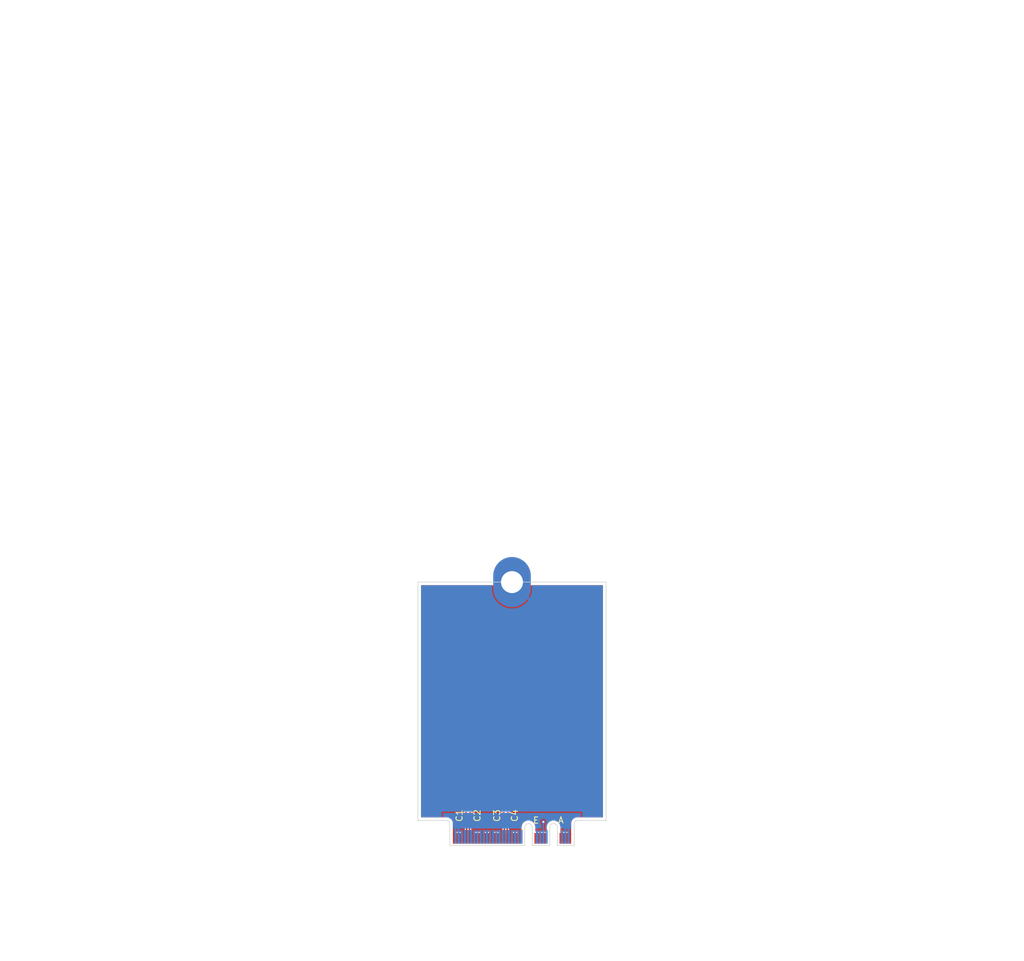
<source format=kicad_pcb>
(kicad_pcb (version 20241229) (generator "pcbnew") (generator_version "9.0")
  (layers (0 "F.Cu" signal) (2 "B.Cu" signal) (13 "F.Paste" user) (15 "B.Paste" user) (5 "F.SilkS" user "F.Silkscreen") (7 "B.SilkS" user "B.Silkscreen") (1 "F.Mask" user) (3 "B.Mask" user) (25 "Edge.Cuts" user))
  (net 0 "")
  (net 1 "GND")
  (net 2 "/M.2 A+E Key/PET1P")
  (net 3 "/M.2 A+E Key/PET0N")
  (net 4 "/M.2 A+E Key/PET1N")
  (net 5 "/M.2 A+E Key/PET0P")
  (net 6 "/PET0-")
  (net 7 "+3.3V")
  (net 8 "/USB_D+")
  (net 9 "/USB_D-")
  (net 10 "/LED#1")
  (net 11 "/LED#2")
  (net 20 "/PER0-")
  (net 22 "/PER0+")
  (net 28 "/REFCLK0+")
  (net 30 "/REFCLK0-")
  (net 31 "/SUSCLK")
  (net 32 "/PERST0#")
  (net 33 "/CLKREQ0#")
  (net 34 "/W_DISABLE2#")
  (net 35 "/PEWAKE#")
  (net 36 "/W_DISABLE1#")
  (net 37 "/I2C_DATA")
  (net 38 "/PER1+")
  (net 39 "/I2C_CLK")
  (net 40 "/PER1-")
  (net 41 "/ALERT#")
  (net 43 "/PERST1#")
  (net 44 "/CLKREQ1#")
  (net 45 "/PEWAKE1#")
  (net 46 "/REFCLK1+")
  (net 47 "/REFCLK1-")
  (net 48 "/PET0+")
  (net 49 "/PET1-")
  (net 50 "/PET1+")
  (footprint "Capacitor_SMD:C_0201_0603Metric" (layer "F.Cu") (at 102.36 153.13 90)
    (property "Reference" "C2" (at 0 1.11 90) (layer "F.SilkS"))
    (property "Value" "220nF")
    (pad "1" smd roundrect (at -0.32 0 90) (size 0.46 0.4) (layers "F.Cu" "F.Mask") (net 2 "/M.2 A+E Key/PET1P"))
    (pad "2" smd roundrect (at 0.32 0 90) (size 0.46 0.4) (layers "F.Cu" "F.Mask") (net 50 "/PET1+"))
  )
  (footprint "Athena KiCAd library:M.2 Mounting Pad" (layer "F.Cu") (at 109.01 115.9)
    (property "Reference" "H1")
    (property "Value" "MountingHole_Pad")
    (pad "1" thru_hole circle (at 0 0) (size 5.5 5.5) (drill 3.5) (property pad_prop_castellated) (layers "*.Cu" "*.Mask") (net 1 "GND") (padstack (mode front_inner_back) (layer "Inner" (shape circle) (size 5.5 5.5)) (layer "B.Cu" (shape oval) (size 6 8))))
  )
  (footprint "Capacitor_SMD:C_0201_0603Metric" (layer "F.Cu") (at 108.36 153.13 90)
    (property "Reference" "C4" (at 0 1.07 90) (layer "F.SilkS"))
    (property "Value" "220nF")
    (pad "1" smd roundrect (at -0.32 0 90) (size 0.46 0.4) (layers "F.Cu" "F.Mask") (net 5 "/M.2 A+E Key/PET0P"))
    (pad "2" smd roundrect (at 0.32 0 90) (size 0.46 0.4) (layers "F.Cu" "F.Mask") (net 48 "/PET0+"))
  )
  (footprint "Capacitor_SMD:C_0201_0603Metric" (layer "F.Cu") (at 101.66 153.13 90)
    (property "Reference" "C1" (at 0 -1.05 90) (layer "F.SilkS"))
    (property "Value" "220nF")
    (pad "1" smd roundrect (at -0.32 0 90) (size 0.46 0.4) (layers "F.Cu" "F.Mask") (net 4 "/M.2 A+E Key/PET1N"))
    (pad "2" smd roundrect (at 0.32 0 90) (size 0.46 0.4) (layers "F.Cu" "F.Mask") (net 49 "/PET1-"))
  )
  (footprint "Capacitor_SMD:C_0201_0603Metric" (layer "F.Cu") (at 107.66 153.13 90)
    (property "Reference" "C3" (at 0 -1.05 90) (layer "F.SilkS"))
    (property "Value" "220nF")
    (pad "1" smd roundrect (at -0.32 0 90) (size 0.46 0.4) (layers "F.Cu" "F.Mask") (net 3 "/M.2 A+E Key/PET0N"))
    (pad "2" smd roundrect (at 0.32 0 90) (size 0.46 0.4) (layers "F.Cu" "F.Mask") (net 6 "/PET0-"))
  )
  (footprint "PCIexpress:M.2 A+E Key Connector" (layer "F.Cu") (at 109.01 156.79)
    (property "Reference" "J1")
    (property "Value" "~")
    (fp_line (start -11 -2.89) (end -10.425 -2.89) (stroke (width 0.1)) (layer "Edge.Cuts"))
    (fp_line (start -9.925 -2.39) (end -9.925 1.11) (stroke (width 0.1)) (layer "Edge.Cuts"))
    (fp_line (start 2.025 -1.79) (end 2.025 1.11) (stroke (width 0.1)) (layer "Edge.Cuts"))
    (fp_line (start 2.025 1.11) (end -9.925 1.11) (stroke (width 0.1)) (layer "Edge.Cuts"))
    (fp_line (start 3.225 -1.79) (end 3.225 1.11) (stroke (width 0.1)) (layer "Edge.Cuts"))
    (fp_line (start 3.225 1.11) (end 6.025 1.11) (stroke (width 0.1)) (layer "Edge.Cuts"))
    (fp_line (start 6.025 -1.79) (end 6.025 1.11) (stroke (width 0.1)) (layer "Edge.Cuts"))
    (fp_line (start 7.225 -1.79) (end 7.225 1.11) (stroke (width 0.1)) (layer "Edge.Cuts"))
    (fp_line (start 7.225 1.11) (end 9.925 1.11) (stroke (width 0.1)) (layer "Edge.Cuts"))
    (fp_line (start 9.925 -2.39) (end 9.925 1.11) (stroke (width 0.1)) (layer "Edge.Cuts"))
    (fp_line (start 10.425 -2.89) (end 11 -2.89) (stroke (width 0.1)) (layer "Edge.Cuts"))
    (fp_arc (start -10.425 -2.89) (mid -10.071447 -2.743553) (end -9.925 -2.39) (stroke (width 0.1)) (layer "Edge.Cuts"))
    (fp_arc (start 2.025 -1.79) (mid 2.625 -2.39) (end 3.225 -1.79) (stroke (width 0.1)) (layer "Edge.Cuts"))
    (fp_arc (start 6.025 -1.79) (mid 6.625 -2.39) (end 7.225 -1.79) (stroke (width 0.1)) (layer "Edge.Cuts"))
    (fp_arc (start 9.925 -2.39) (mid 10.071447 -2.743553) (end 10.425 -2.89) (stroke (width 0.1)) (layer "Edge.Cuts"))
    (fp_text user "A" (at 7.265 -2.345 0) (layer "F.SilkS") (effects (justify left bottom)))
    (fp_text user "E" (at 3.28 -2.32 0) (layer "F.SilkS") (effects (justify left bottom)))
    (pad "1" smd rect (at 9.25 -0.04 180) (size 0.35 1.7) (layers "F.Cu") (net 1 "GND"))
    (pad "2" smd rect (at 9 -0.29 180) (size 0.35 2.2) (layers "B.Cu") (net 7 "+3.3V"))
    (pad "3" smd rect (at 8.75 -0.04 180) (size 0.35 1.7) (layers "F.Cu") (net 8 "/USB_D+"))
    (pad "4" smd rect (at 8.5 -0.29 180) (size 0.35 2.2) (layers "B.Cu") (net 7 "+3.3V"))
    (pad "5" smd rect (at 8.25 -0.04 180) (size 0.35 1.7) (layers "F.Cu") (net 9 "/USB_D-"))
    (pad "6" smd rect (at 8 -0.29 180) (size 0.35 2.2) (layers "B.Cu") (net 10 "/LED#1"))
    (pad "7" smd rect (at 7.75 -0.04 180) (size 0.35 1.7) (layers "F.Cu") (net 1 "GND"))
    (pad "16" smd rect (at 5.5 -0.29 180) (size 0.35 2.2) (layers "B.Cu") (net 11 "/LED#2"))
    (pad "17" smd rect (at 5.25 -0.04 180) (size 0.35 1.7) (layers "F.Cu"))
    (pad "18" smd rect (at 5 -0.29 180) (size 0.35 2.2) (layers "B.Cu") (net 1 "GND"))
    (pad "19" smd rect (at 4.75 -0.04 180) (size 0.35 1.7) (layers "F.Cu"))
    (pad "20" smd rect (at 4.5 -0.29 180) (size 0.35 2.2) (layers "B.Cu"))
    (pad "21" smd rect (at 4.25 -0.04 180) (size 0.35 1.7) (layers "F.Cu"))
    (pad "22" smd rect (at 4 -0.29 180) (size 0.35 2.2) (layers "B.Cu"))
    (pad "23" smd rect (at 3.75 -0.04 180) (size 0.35 1.7) (layers "F.Cu"))
    (pad "32" smd rect (at 1.5 -0.29 180) (size 0.35 2.2) (layers "B.Cu"))
    (pad "33" smd rect (at 1.25 -0.04 180) (size 0.35 1.7) (layers "F.Cu") (net 1 "GND"))
    (pad "34" smd rect (at 1 -0.29 180) (size 0.35 2.2) (layers "B.Cu"))
    (pad "35" smd rect (at 0.75 -0.04 180) (size 0.35 1.7) (layers "F.Cu") (net 20 "/PER0-"))
    (pad "36" smd rect (at 0.5 -0.29 180) (size 0.35 2.2) (layers "B.Cu"))
    (pad "37" smd rect (at 0.25 -0.04 180) (size 0.35 1.7) (layers "F.Cu") (net 22 "/PER0+"))
    (pad "38" smd rect (at 0 -0.29 180) (size 0.35 2.2) (layers "B.Cu"))
    (pad "39" smd rect (at -0.25 -0.04 180) (size 0.35 1.7) (layers "F.Cu") (net 1 "GND"))
    (pad "40" smd rect (at -0.5 -0.29 180) (size 0.35 2.2) (layers "B.Cu"))
    (pad "41" smd rect (at -0.75 -0.04 180) (size 0.35 1.7) (layers "F.Cu") (net 5 "/M.2 A+E Key/PET0P"))
    (pad "42" smd rect (at -1 -0.29 180) (size 0.35 2.2) (layers "B.Cu"))
    (pad "43" smd rect (at -1.25 -0.04 180) (size 0.35 1.7) (layers "F.Cu") (net 3 "/M.2 A+E Key/PET0N"))
    (pad "44" smd rect (at -1.5 -0.29 180) (size 0.35 2.2) (layers "B.Cu"))
    (pad "45" smd rect (at -1.75 -0.04 180) (size 0.35 1.7) (layers "F.Cu") (net 1 "GND"))
    (pad "46" smd rect (at -2 -0.29 180) (size 0.35 2.2) (layers "B.Cu"))
    (pad "47" smd rect (at -2.25 -0.04 180) (size 0.35 1.7) (layers "F.Cu") (net 28 "/REFCLK0+"))
    (pad "48" smd rect (at -2.5 -0.29 180) (size 0.35 2.2) (layers "B.Cu"))
    (pad "49" smd rect (at -2.75 -0.04 180) (size 0.35 1.7) (layers "F.Cu") (net 30 "/REFCLK0-"))
    (pad "50" smd rect (at -3 -0.29 180) (size 0.35 2.2) (layers "B.Cu") (net 31 "/SUSCLK"))
    (pad "51" smd rect (at -3.25 -0.04 180) (size 0.35 1.7) (layers "F.Cu") (net 1 "GND"))
    (pad "52" smd rect (at -3.5 -0.29 180) (size 0.35 2.2) (layers "B.Cu") (net 32 "/PERST0#"))
    (pad "53" smd rect (at -3.75 -0.04 180) (size 0.35 1.7) (layers "F.Cu") (net 33 "/CLKREQ0#"))
    (pad "54" smd rect (at -4 -0.29 180) (size 0.35 2.2) (layers "B.Cu") (net 34 "/W_DISABLE2#"))
    (pad "55" smd rect (at -4.25 -0.04 180) (size 0.35 1.7) (layers "F.Cu") (net 35 "/PEWAKE#"))
    (pad "56" smd rect (at -4.5 -0.29 180) (size 0.35 2.2) (layers "B.Cu") (net 36 "/W_DISABLE1#"))
    (pad "57" smd rect (at -4.75 -0.04 180) (size 0.35 1.7) (layers "F.Cu") (net 1 "GND"))
    (pad "58" smd rect (at -5 -0.29 180) (size 0.35 2.2) (layers "B.Cu") (net 37 "/I2C_DATA"))
    (pad "59" smd rect (at -5.25 -0.04 180) (size 0.35 1.7) (layers "F.Cu") (net 38 "/PER1+"))
    (pad "60" smd rect (at -5.5 -0.29 180) (size 0.35 2.2) (layers "B.Cu") (net 39 "/I2C_CLK"))
    (pad "61" smd rect (at -5.75 -0.04 180) (size 0.35 1.7) (layers "F.Cu") (net 40 "/PER1-"))
    (pad "62" smd rect (at -6 -0.29 180) (size 0.35 2.2) (layers "B.Cu") (net 41 "/ALERT#"))
    (pad "63" smd rect (at -6.25 -0.04 180) (size 0.35 1.7) (layers "F.Cu") (net 1 "GND"))
    (pad "64" smd rect (at -6.5 -0.29 180) (size 0.35 2.2) (layers "B.Cu"))
    (pad "65" smd rect (at -6.75 -0.04 180) (size 0.35 1.7) (layers "F.Cu") (net 2 "/M.2 A+E Key/PET1P"))
    (pad "66" smd rect (at -7 -0.29 180) (size 0.35 2.2) (layers "B.Cu") (net 43 "/PERST1#"))
    (pad "67" smd rect (at -7.25 -0.04 180) (size 0.35 1.7) (layers "F.Cu") (net 4 "/M.2 A+E Key/PET1N"))
    (pad "68" smd rect (at -7.5 -0.29 180) (size 0.35 2.2) (layers "B.Cu") (net 44 "/CLKREQ1#"))
    (pad "69" smd rect (at -7.75 -0.04 180) (size 0.35 1.7) (layers "F.Cu") (net 1 "GND"))
    (pad "70" smd rect (at -8 -0.29 180) (size 0.35 2.2) (layers "B.Cu") (net 45 "/PEWAKE1#"))
    (pad "71" smd rect (at -8.25 -0.04 180) (size 0.35 1.7) (layers "F.Cu") (net 46 "/REFCLK1+"))
    (pad "72" smd rect (at -8.5 -0.29 180) (size 0.35 2.2) (layers "B.Cu") (net 7 "+3.3V"))
    (pad "73" smd rect (at -8.75 -0.04 180) (size 0.35 1.7) (layers "F.Cu") (net 47 "/REFCLK1-"))
    (pad "74" smd rect (at -9 -0.29 180) (size 0.35 2.2) (layers "B.Cu") (net 7 "+3.3V"))
    (pad "75" smd rect (at -9.25 -0.04 180) (size 0.35 1.7) (layers "F.Cu") (net 1 "GND"))
  )
  (gr_line (start 124.01 115.9) (end 94.01 115.9) (stroke (width 0.1)) (layer "Edge.Cuts"))
  (gr_line (start 124.01 153.9) (end 120.01 153.9) (stroke (width 0.1)) (layer "Edge.Cuts"))
  (gr_line (start 98.01 153.9) (end 94.01 153.9) (stroke (width 0.1)) (layer "Edge.Cuts"))
  (gr_line (start 124.01 153.9) (end 124.01 115.9) (stroke (width 0.1)) (layer "Edge.Cuts"))
  (gr_line (start 94.01 115.9) (end 94.01 153.9) (stroke (width 0.1)) (layer "Edge.Cuts"))
  (via (at 114.01 154.13) (size 0.6) (drill 0.3) (layers "F.Cu" "B.Cu") (net 1))
  (segment (start 114.01 154.13) (end 114.01 156.5) (width 0.2) (layer "B.Cu") (net 1))
  (segment (start 102.235 155.449999) (end 102.235 153.920001) (width 0.2) (layer "F.Cu") (net 2))
  (segment (start 102.26 156.75) (end 102.26 155.474999) (width 0.2) (layer "F.Cu") (net 2))
  (segment (start 102.26 155.474999) (end 102.235 155.449999) (width 0.2) (layer "F.Cu") (net 2))
  (segment (start 102.235 153.920001) (end 102.36 153.795001) (width 0.2) (layer "F.Cu") (net 2))
  (segment (start 102.36 153.795001) (end 102.36 153.45) (width 0.2) (layer "F.Cu") (net 2))
  (segment (start 107.785 153.920001) (end 107.66 153.795001) (width 0.2) (layer "F.Cu") (net 3))
  (segment (start 107.76 156.75) (end 107.76 155.474999) (width 0.2) (layer "F.Cu") (net 3))
  (segment (start 107.76 155.474999) (end 107.785 155.449999) (width 0.2) (layer "F.Cu") (net 3))
  (segment (start 107.66 153.795001) (end 107.66 153.45) (width 0.2) (layer "F.Cu") (net 3))
  (segment (start 107.785 155.449999) (end 107.785 153.920001) (width 0.2) (layer "F.Cu") (net 3))
  (segment (start 101.785 153.920001) (end 101.66 153.795001) (width 0.2) (layer "F.Cu") (net 4))
  (segment (start 101.66 153.795001) (end 101.66 153.45) (width 0.2) (layer "F.Cu") (net 4))
  (segment (start 101.76 155.474999) (end 101.785 155.449999) (width 0.2) (layer "F.Cu") (net 4))
  (segment (start 101.785 155.449999) (end 101.785 153.920001) (width 0.2) (layer "F.Cu") (net 4))
  (segment (start 101.76 156.75) (end 101.76 155.474999) (width 0.2) (layer "F.Cu") (net 4))
  (segment (start 108.235 153.920001) (end 108.36 153.795001) (width 0.2) (layer "F.Cu") (net 5))
  (segment (start 108.26 156.75) (end 108.26 155.474999) (width 0.2) (layer "F.Cu") (net 5))
  (segment (start 108.26 155.474999) (end 108.235 155.449999) (width 0.2) (layer "F.Cu") (net 5))
  (segment (start 108.36 153.795001) (end 108.36 153.45) (width 0.2) (layer "F.Cu") (net 5))
  (segment (start 108.235 155.449999) (end 108.235 153.920001) (width 0.2) (layer "F.Cu") (net 5))
  (zone (net 1) (net_name "GND") (layers "F.Cu" "B.Cu") (connect_pads (clearance 0.2)) (min_thickness 0.15) (fill yes (thermal_gap 0.2) (thermal_bridge_width 0.35))
    (polygon (pts (xy 124.01 156.23) (xy 124.01 47.9) (xy 94.01 47.9) (xy 94.01 156.23)))
  )
  (zone (net 7) (net_name "+3.3V") (layer "B.Cu") (priority 1) (connect_pads (clearance 0.2)) (min_thickness 0.15) (fill yes (thermal_gap 0.2) (thermal_bridge_width 0.35))
    (polygon (pts (xy 120.01 156.22) (xy 120.01 152.7) (xy 98.01 152.7) (xy 98.01 156.22)))
  )
)
</source>
